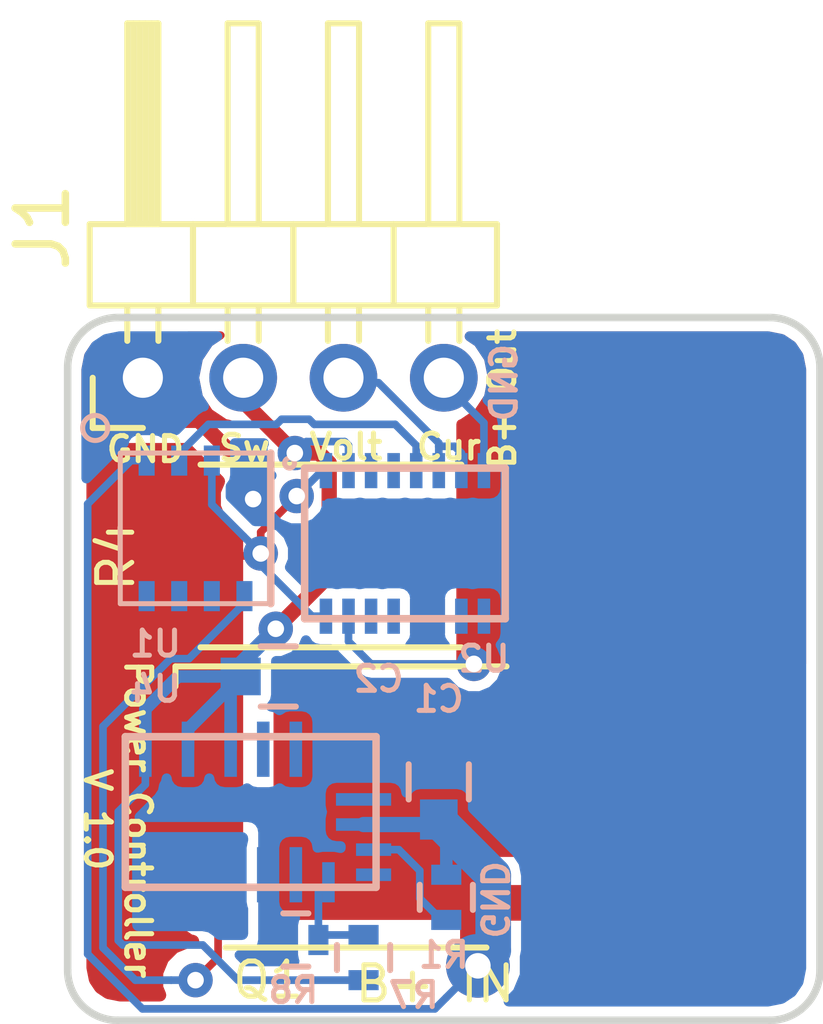
<source format=kicad_pcb>
(kicad_pcb (version 4) (host pcbnew 4.0.6)

  (general
    (links 48)
    (no_connects 0)
    (area 142.424999 92.924999 157.575001 107.075001)
    (thickness 1.6002)
    (drawings 17)
    (tracks 124)
    (zones 0)
    (modules 13)
    (nets 13)
  )

  (page USLetter)
  (title_block
    (title "Power Switch")
    (date 2017-04-29)
    (rev 1.0)
  )

  (layers
    (0 F.Cu signal)
    (31 B.Cu signal)
    (34 B.Paste user)
    (35 F.Paste user)
    (36 B.SilkS user)
    (37 F.SilkS user)
    (38 B.Mask user)
    (39 F.Mask user)
    (40 Dwgs.User user hide)
    (41 Cmts.User user hide)
    (42 Eco1.User user hide)
    (43 Eco2.User user hide)
    (44 Edge.Cuts user)
    (45 Margin user)
    (46 B.CrtYd user)
    (47 F.CrtYd user)
  )

  (setup
    (last_trace_width 0.3048)
    (user_trace_width 0.25)
    (user_trace_width 0.3048)
    (user_trace_width 0.71)
    (trace_clearance 0.1524)
    (zone_clearance 0.2)
    (zone_45_only no)
    (trace_min 0.1524)
    (segment_width 0.2)
    (edge_width 0.15)
    (via_size 0.6858)
    (via_drill 0.3302)
    (via_min_size 0.6858)
    (via_min_drill 0.3302)
    (user_via 1.27 0.508)
    (uvia_size 0.762)
    (uvia_drill 0.508)
    (uvias_allowed no)
    (uvia_min_size 0)
    (uvia_min_drill 0)
    (pcb_text_width 0.3)
    (pcb_text_size 1.5 1.5)
    (mod_edge_width 0.15)
    (mod_text_size 1 1)
    (mod_text_width 0.15)
    (pad_size 1.524 1.524)
    (pad_drill 0.762)
    (pad_to_mask_clearance 0.2)
    (aux_axis_origin 0 0)
    (visible_elements 7FFFFFF9)
    (pcbplotparams
      (layerselection 0x00030_80000001)
      (usegerberextensions false)
      (excludeedgelayer true)
      (linewidth 0.100000)
      (plotframeref false)
      (viasonmask false)
      (mode 1)
      (useauxorigin false)
      (hpglpennumber 1)
      (hpglpenspeed 20)
      (hpglpendiameter 15)
      (hpglpenoverlay 2)
      (psnegative false)
      (psa4output false)
      (plotreference true)
      (plotvalue true)
      (plotinvisibletext false)
      (padsonsilk false)
      (subtractmaskfromsilk false)
      (outputformat 1)
      (mirror false)
      (drillshape 1)
      (scaleselection 1)
      (outputdirectory ""))
  )

  (net 0 "")
  (net 1 GND)
  (net 2 "Net-(Q1-Pad1)")
  (net 3 "Net-(Q1-Pad4)")
  (net 4 +BATT)
  (net 5 "Net-(R4-Pad2)")
  (net 6 +5V)
  (net 7 "Net-(R7-Pad1)")
  (net 8 "Net-(U4-Pad4)")
  (net 9 I2C_SDA)
  (net 10 I2C_SCL)
  (net 11 "Net-(U1-Pad2)")
  (net 12 "Net-(R1-Pad1)")

  (net_class Default "This is the default net class."
    (clearance 0.1524)
    (trace_width 0.1524)
    (via_dia 0.6858)
    (via_drill 0.3302)
    (uvia_dia 0.762)
    (uvia_drill 0.508)
    (add_net +5V)
    (add_net +BATT)
    (add_net GND)
    (add_net I2C_SCL)
    (add_net I2C_SDA)
    (add_net "Net-(Q1-Pad1)")
    (add_net "Net-(Q1-Pad4)")
    (add_net "Net-(R1-Pad1)")
    (add_net "Net-(R4-Pad2)")
    (add_net "Net-(R7-Pad1)")
    (add_net "Net-(U1-Pad2)")
    (add_net "Net-(U4-Pad4)")
  )

  (module Pin_Headers:Pin_Header_Angled_1x04_Pitch2.00mm (layer F.Cu) (tedit 58CD4EC9) (tstamp 590617B2)
    (at 144 94.2 90)
    (descr "Through hole angled pin header, 1x04, 2.00mm pitch, 4mm pin length, single row")
    (tags "Through hole angled pin header THT 1x04 2.00mm single row")
    (path /590564D6)
    (fp_text reference J1 (at 3 -2 90) (layer F.SilkS)
      (effects (font (size 1 1) (thickness 0.15)))
    )
    (fp_text value CONN_01X04_MALE (at 3 8 90) (layer F.Fab)
      (effects (font (size 1 1) (thickness 0.15)))
    )
    (fp_line (start 1.5 -1) (end 1.5 1) (layer F.Fab) (width 0.1))
    (fp_line (start 1.5 1) (end 3 1) (layer F.Fab) (width 0.1))
    (fp_line (start 3 1) (end 3 -1) (layer F.Fab) (width 0.1))
    (fp_line (start 3 -1) (end 1.5 -1) (layer F.Fab) (width 0.1))
    (fp_line (start 0 -0.25) (end 0 0.25) (layer F.Fab) (width 0.1))
    (fp_line (start 0 0.25) (end 7 0.25) (layer F.Fab) (width 0.1))
    (fp_line (start 7 0.25) (end 7 -0.25) (layer F.Fab) (width 0.1))
    (fp_line (start 7 -0.25) (end 0 -0.25) (layer F.Fab) (width 0.1))
    (fp_line (start 1.5 1) (end 1.5 3) (layer F.Fab) (width 0.1))
    (fp_line (start 1.5 3) (end 3 3) (layer F.Fab) (width 0.1))
    (fp_line (start 3 3) (end 3 1) (layer F.Fab) (width 0.1))
    (fp_line (start 3 1) (end 1.5 1) (layer F.Fab) (width 0.1))
    (fp_line (start 0 1.75) (end 0 2.25) (layer F.Fab) (width 0.1))
    (fp_line (start 0 2.25) (end 7 2.25) (layer F.Fab) (width 0.1))
    (fp_line (start 7 2.25) (end 7 1.75) (layer F.Fab) (width 0.1))
    (fp_line (start 7 1.75) (end 0 1.75) (layer F.Fab) (width 0.1))
    (fp_line (start 1.5 3) (end 1.5 5) (layer F.Fab) (width 0.1))
    (fp_line (start 1.5 5) (end 3 5) (layer F.Fab) (width 0.1))
    (fp_line (start 3 5) (end 3 3) (layer F.Fab) (width 0.1))
    (fp_line (start 3 3) (end 1.5 3) (layer F.Fab) (width 0.1))
    (fp_line (start 0 3.75) (end 0 4.25) (layer F.Fab) (width 0.1))
    (fp_line (start 0 4.25) (end 7 4.25) (layer F.Fab) (width 0.1))
    (fp_line (start 7 4.25) (end 7 3.75) (layer F.Fab) (width 0.1))
    (fp_line (start 7 3.75) (end 0 3.75) (layer F.Fab) (width 0.1))
    (fp_line (start 1.5 5) (end 1.5 7) (layer F.Fab) (width 0.1))
    (fp_line (start 1.5 7) (end 3 7) (layer F.Fab) (width 0.1))
    (fp_line (start 3 7) (end 3 5) (layer F.Fab) (width 0.1))
    (fp_line (start 3 5) (end 1.5 5) (layer F.Fab) (width 0.1))
    (fp_line (start 0 5.75) (end 0 6.25) (layer F.Fab) (width 0.1))
    (fp_line (start 0 6.25) (end 7 6.25) (layer F.Fab) (width 0.1))
    (fp_line (start 7 6.25) (end 7 5.75) (layer F.Fab) (width 0.1))
    (fp_line (start 7 5.75) (end 0 5.75) (layer F.Fab) (width 0.1))
    (fp_line (start 1.44 -1.06) (end 1.44 1) (layer F.SilkS) (width 0.12))
    (fp_line (start 1.44 1) (end 3.06 1) (layer F.SilkS) (width 0.12))
    (fp_line (start 3.06 1) (end 3.06 -1.06) (layer F.SilkS) (width 0.12))
    (fp_line (start 3.06 -1.06) (end 1.44 -1.06) (layer F.SilkS) (width 0.12))
    (fp_line (start 3.06 -0.31) (end 3.06 0.31) (layer F.SilkS) (width 0.12))
    (fp_line (start 3.06 0.31) (end 7.06 0.31) (layer F.SilkS) (width 0.12))
    (fp_line (start 7.06 0.31) (end 7.06 -0.31) (layer F.SilkS) (width 0.12))
    (fp_line (start 7.06 -0.31) (end 3.06 -0.31) (layer F.SilkS) (width 0.12))
    (fp_line (start 0.735 -0.31) (end 1.44 -0.31) (layer F.SilkS) (width 0.12))
    (fp_line (start 0.735 0.31) (end 1.44 0.31) (layer F.SilkS) (width 0.12))
    (fp_line (start 3.06 -0.19) (end 7.06 -0.19) (layer F.SilkS) (width 0.12))
    (fp_line (start 3.06 -0.07) (end 7.06 -0.07) (layer F.SilkS) (width 0.12))
    (fp_line (start 3.06 0.05) (end 7.06 0.05) (layer F.SilkS) (width 0.12))
    (fp_line (start 3.06 0.17) (end 7.06 0.17) (layer F.SilkS) (width 0.12))
    (fp_line (start 3.06 0.29) (end 7.06 0.29) (layer F.SilkS) (width 0.12))
    (fp_line (start 1.44 1) (end 1.44 3) (layer F.SilkS) (width 0.12))
    (fp_line (start 1.44 3) (end 3.06 3) (layer F.SilkS) (width 0.12))
    (fp_line (start 3.06 3) (end 3.06 1) (layer F.SilkS) (width 0.12))
    (fp_line (start 3.06 1) (end 1.44 1) (layer F.SilkS) (width 0.12))
    (fp_line (start 3.06 1.69) (end 3.06 2.31) (layer F.SilkS) (width 0.12))
    (fp_line (start 3.06 2.31) (end 7.06 2.31) (layer F.SilkS) (width 0.12))
    (fp_line (start 7.06 2.31) (end 7.06 1.69) (layer F.SilkS) (width 0.12))
    (fp_line (start 7.06 1.69) (end 3.06 1.69) (layer F.SilkS) (width 0.12))
    (fp_line (start 0.735 1.69) (end 1.44 1.69) (layer F.SilkS) (width 0.12))
    (fp_line (start 0.735 2.31) (end 1.44 2.31) (layer F.SilkS) (width 0.12))
    (fp_line (start 1.44 3) (end 1.44 5) (layer F.SilkS) (width 0.12))
    (fp_line (start 1.44 5) (end 3.06 5) (layer F.SilkS) (width 0.12))
    (fp_line (start 3.06 5) (end 3.06 3) (layer F.SilkS) (width 0.12))
    (fp_line (start 3.06 3) (end 1.44 3) (layer F.SilkS) (width 0.12))
    (fp_line (start 3.06 3.69) (end 3.06 4.31) (layer F.SilkS) (width 0.12))
    (fp_line (start 3.06 4.31) (end 7.06 4.31) (layer F.SilkS) (width 0.12))
    (fp_line (start 7.06 4.31) (end 7.06 3.69) (layer F.SilkS) (width 0.12))
    (fp_line (start 7.06 3.69) (end 3.06 3.69) (layer F.SilkS) (width 0.12))
    (fp_line (start 0.735 3.69) (end 1.44 3.69) (layer F.SilkS) (width 0.12))
    (fp_line (start 0.735 4.31) (end 1.44 4.31) (layer F.SilkS) (width 0.12))
    (fp_line (start 1.44 5) (end 1.44 7.06) (layer F.SilkS) (width 0.12))
    (fp_line (start 1.44 7.06) (end 3.06 7.06) (layer F.SilkS) (width 0.12))
    (fp_line (start 3.06 7.06) (end 3.06 5) (layer F.SilkS) (width 0.12))
    (fp_line (start 3.06 5) (end 1.44 5) (layer F.SilkS) (width 0.12))
    (fp_line (start 3.06 5.69) (end 3.06 6.31) (layer F.SilkS) (width 0.12))
    (fp_line (start 3.06 6.31) (end 7.06 6.31) (layer F.SilkS) (width 0.12))
    (fp_line (start 7.06 6.31) (end 7.06 5.69) (layer F.SilkS) (width 0.12))
    (fp_line (start 7.06 5.69) (end 3.06 5.69) (layer F.SilkS) (width 0.12))
    (fp_line (start 0.735 5.69) (end 1.44 5.69) (layer F.SilkS) (width 0.12))
    (fp_line (start 0.735 6.31) (end 1.44 6.31) (layer F.SilkS) (width 0.12))
    (fp_line (start -1 0) (end -1 -1) (layer F.SilkS) (width 0.12))
    (fp_line (start -1 -1) (end 0 -1) (layer F.SilkS) (width 0.12))
    (fp_line (start -1.5 -1.5) (end -1.5 7.5) (layer F.CrtYd) (width 0.05))
    (fp_line (start -1.5 7.5) (end 7.5 7.5) (layer F.CrtYd) (width 0.05))
    (fp_line (start 7.5 7.5) (end 7.5 -1.5) (layer F.CrtYd) (width 0.05))
    (fp_line (start 7.5 -1.5) (end -1.5 -1.5) (layer F.CrtYd) (width 0.05))
    (fp_text user %R (at 3 -2 90) (layer F.Fab)
      (effects (font (size 1 1) (thickness 0.15)))
    )
    (pad 1 thru_hole rect (at 0 0 90) (size 1.35 1.35) (drill 0.8) (layers *.Cu *.Mask)
      (net 1 GND))
    (pad 2 thru_hole oval (at 0 2 90) (size 1.35 1.35) (drill 0.8) (layers *.Cu *.Mask)
      (net 6 +5V))
    (pad 3 thru_hole oval (at 0 4 90) (size 1.35 1.35) (drill 0.8) (layers *.Cu *.Mask)
      (net 9 I2C_SDA))
    (pad 4 thru_hole oval (at 0 6 90) (size 1.35 1.35) (drill 0.8) (layers *.Cu *.Mask)
      (net 10 I2C_SCL))
    (model ${KISYS3DMOD}/Pin_Headers.3dshapes/Pin_Header_Angled_1x04_Pitch2.00mm.wrl
      (at (xyz 0 -0.11811 0))
      (scale (xyz 1 1 1))
      (rotate (xyz 0 0 90))
    )
  )

  (module local:MIC5060 (layer B.Cu) (tedit 590AA851) (tstamp 59056024)
    (at 145.05 97.2)
    (path /59055252)
    (fp_text reference U1 (at -0.8 2.3) (layer B.SilkS)
      (effects (font (size 0.5 0.5) (thickness 0.1)) (justify mirror))
    )
    (fp_text value MIC5060 (at 2.5 0 270) (layer B.Fab)
      (effects (font (size 0.7 0.7) (thickness 0.1)) (justify mirror))
    )
    (fp_circle (center -2 -2) (end -1.75 -2) (layer B.SilkS) (width 0.1))
    (fp_line (start -1.75 -1.75) (end -1.75 1.75) (layer B.CrtYd) (width 0.1))
    (fp_line (start 1.75 -1.75) (end -1.75 -1.75) (layer B.CrtYd) (width 0.1))
    (fp_line (start 1.75 1.75) (end 1.75 -1.75) (layer B.CrtYd) (width 0.1))
    (fp_line (start -1.75 1.75) (end 1.75 1.75) (layer B.CrtYd) (width 0.1))
    (fp_line (start -1.5 1.5) (end -1.5 -1.5) (layer B.SilkS) (width 0.1))
    (fp_line (start -1.5 -1.5) (end 1.5 -1.5) (layer B.SilkS) (width 0.1))
    (fp_line (start 1.5 -1.5) (end 1.5 1.5) (layer B.SilkS) (width 0.15))
    (fp_line (start 1.5 1.5) (end -1.5 1.5) (layer B.SilkS) (width 0.1))
    (pad 8 smd rect (at -0.975 1.35) (size 0.32 0.6) (layers B.Cu B.Paste B.Mask))
    (pad 1 smd rect (at -0.975 -1.35) (size 0.32 0.6) (layers B.Cu B.Paste B.Mask)
      (net 4 +BATT))
    (pad 7 smd rect (at -0.325 1.35) (size 0.32 0.6) (layers B.Cu B.Paste B.Mask))
    (pad 2 smd rect (at -0.325 -1.35) (size 0.32 0.6) (layers B.Cu B.Paste B.Mask)
      (net 11 "Net-(U1-Pad2)"))
    (pad 6 smd rect (at 0.325 1.35) (size 0.32 0.6) (layers B.Cu B.Paste B.Mask))
    (pad 3 smd rect (at 0.325 -1.35) (size 0.32 0.6) (layers B.Cu B.Paste B.Mask)
      (net 2 "Net-(Q1-Pad1)"))
    (pad 5 smd rect (at 0.975 1.35) (size 0.32 0.6) (layers B.Cu B.Paste B.Mask)
      (net 3 "Net-(Q1-Pad4)"))
    (pad 4 smd rect (at 0.975 -1.35) (size 0.32 0.6) (layers B.Cu B.Paste B.Mask)
      (net 1 GND))
  )

  (module Resistors_SMD:R_2512 (layer F.Cu) (tedit 59069866) (tstamp 59055FFF)
    (at 147.75 97.75)
    (descr "Resistor SMD 2512, reflow soldering, Vishay (see dcrcw.pdf)")
    (tags "resistor 2512")
    (path /59055480)
    (attr smd)
    (fp_text reference R4 (at -4.29 0.01 90) (layer F.SilkS)
      (effects (font (size 0.7 0.7) (thickness 0.1)))
    )
    (fp_text value 1m (at 0 2.75) (layer F.Fab)
      (effects (font (size 1 1) (thickness 0.15)))
    )
    (fp_text user %R (at 0 0) (layer F.Fab)
      (effects (font (size 1 1) (thickness 0.15)))
    )
    (fp_line (start -3.15 1.6) (end -3.15 -1.6) (layer F.Fab) (width 0.1))
    (fp_line (start 3.15 1.6) (end -3.15 1.6) (layer F.Fab) (width 0.1))
    (fp_line (start 3.15 -1.6) (end 3.15 1.6) (layer F.Fab) (width 0.1))
    (fp_line (start -3.15 -1.6) (end 3.15 -1.6) (layer F.Fab) (width 0.1))
    (fp_line (start 2.6 1.82) (end -2.6 1.82) (layer F.SilkS) (width 0.12))
    (fp_line (start -2.6 -1.82) (end 2.6 -1.82) (layer F.SilkS) (width 0.12))
    (fp_line (start -3.85 -1.85) (end 3.85 -1.85) (layer F.CrtYd) (width 0.05))
    (fp_line (start -3.85 -1.85) (end -3.85 1.85) (layer F.CrtYd) (width 0.05))
    (fp_line (start 3.85 1.85) (end 3.85 -1.85) (layer F.CrtYd) (width 0.05))
    (fp_line (start 3.85 1.85) (end -3.85 1.85) (layer F.CrtYd) (width 0.05))
    (pad 1 smd rect (at -3.1 0) (size 1 3.2) (layers F.Cu F.Paste F.Mask)
      (net 2 "Net-(Q1-Pad1)"))
    (pad 2 smd rect (at 3.1 0) (size 1 3.2) (layers F.Cu F.Paste F.Mask)
      (net 5 "Net-(R4-Pad2)"))
    (model ${KISYS3DMOD}/Resistors_SMD.3dshapes/R_2512.wrl
      (at (xyz 0 0 0))
      (scale (xyz 1 1 1))
      (rotate (xyz 0 0 0))
    )
  )

  (module TO_SOT_Packages_SMD:TDSON-8-1 (layer F.Cu) (tedit 5906201E) (tstamp 59055FE7)
    (at 148.25 102.75)
    (descr "Power MOSFET package, TDSON-8-1, SuperS08, SON-8_5x6mm")
    (tags "tdson ")
    (path /5905491A)
    (attr smd)
    (fp_text reference Q1 (at -1.75 3.45 180) (layer F.SilkS)
      (effects (font (size 0.7 0.7) (thickness 0.1)))
    )
    (fp_text value CSD16570Q5B (at 0 -4) (layer F.Fab)
      (effects (font (size 1 1) (thickness 0.15)))
    )
    (fp_text user %R (at 0 -1) (layer F.Fab)
      (effects (font (size 1 1) (thickness 0.15)))
    )
    (fp_line (start -3.6 -2.8) (end -3.6 -2.4) (layer F.SilkS) (width 0.12))
    (fp_line (start -2 -2.6) (end 3 -2.6) (layer F.Fab) (width 0.1))
    (fp_line (start -3 2.6) (end -3 -1.6) (layer F.Fab) (width 0.1))
    (fp_line (start 3 2.6) (end -3 2.6) (layer F.Fab) (width 0.1))
    (fp_line (start 3 -2.6) (end 3 2.6) (layer F.Fab) (width 0.1))
    (fp_line (start -3.75 3) (end 3.75 3) (layer F.CrtYd) (width 0.05))
    (fp_line (start -3.75 -3) (end -3.75 3) (layer F.CrtYd) (width 0.05))
    (fp_line (start 3.75 -3) (end -3.75 -3) (layer F.CrtYd) (width 0.05))
    (fp_line (start 3.75 3) (end 3.75 -3) (layer F.CrtYd) (width 0.05))
    (fp_line (start 3 -2.8) (end -3.6 -2.8) (layer F.SilkS) (width 0.12))
    (fp_line (start 2.6 2.8) (end -2.6 2.8) (layer F.SilkS) (width 0.12))
    (fp_line (start -2 -2.6) (end -3 -1.6) (layer F.Fab) (width 0.1))
    (pad 1 smd rect (at -2.75 -1.91 270) (size 0.7 0.8) (layers F.Cu F.Paste F.Mask)
      (net 2 "Net-(Q1-Pad1)"))
    (pad 2 smd rect (at -2.75 -0.64 270) (size 0.7 0.8) (layers F.Cu F.Paste F.Mask)
      (net 2 "Net-(Q1-Pad1)"))
    (pad 3 smd rect (at -2.75 0.64 270) (size 0.7 0.8) (layers F.Cu F.Paste F.Mask)
      (net 2 "Net-(Q1-Pad1)"))
    (pad 4 smd rect (at -2.75 1.91 270) (size 0.7 0.8) (layers F.Cu F.Paste F.Mask)
      (net 3 "Net-(Q1-Pad4)"))
    (pad 5 smd rect (at 2.75 1.91 270) (size 0.7 0.8) (layers F.Cu F.Paste F.Mask)
      (net 4 +BATT))
    (pad 5 smd rect (at 2.75 0.64 270) (size 0.7 0.8) (layers F.Cu F.Paste F.Mask)
      (net 4 +BATT))
    (pad 5 smd rect (at 2.75 -0.64 270) (size 0.7 0.8) (layers F.Cu F.Paste F.Mask)
      (net 4 +BATT))
    (pad 5 smd rect (at 2.75 -1.91 270) (size 0.7 0.8) (layers F.Cu F.Paste F.Mask)
      (net 4 +BATT))
    (pad 5 smd rect (at 0.5 0 270) (size 4.5 4.29) (layers F.Cu F.Paste F.Mask)
      (net 4 +BATT))
    (pad 5 smd rect (at 1.25 -1.09 270) (size 1.55 1.6) (layers F.Cu F.Paste F.Mask)
      (net 4 +BATT))
    (pad 5 smd rect (at 1.25 1.09 270) (size 1.55 1.6) (layers F.Cu F.Paste F.Mask)
      (net 4 +BATT))
    (pad 5 smd rect (at -0.75 -1.09 270) (size 1.55 1.2) (layers F.Cu F.Paste F.Mask)
      (net 4 +BATT))
    (pad 5 smd rect (at -0.75 1.09 270) (size 1.55 1.2) (layers F.Cu F.Paste F.Mask)
      (net 4 +BATT))
    (model ${KISYS3DMOD}/TO_SOT_Packages_SMD.3dshapes/TDSON-8-1.wrl
      (at (xyz 0 0 0))
      (scale (xyz 1 1 1))
      (rotate (xyz 0 0 0))
    )
  )

  (module local:SMD_Battery_Pad (layer F.Cu) (tedit 59062062) (tstamp 59056924)
    (at 154.25 103.5)
    (descr "Mesurement Point, Square, SMD Pad,  3mm x 3mm,")
    (tags "Mesurement Point Square SMD Pad 3x3mm")
    (path /59055F65)
    (attr virtual)
    (fp_text reference TP1 (at -3.925 2.75) (layer F.SilkS) hide
      (effects (font (size 0.7 0.7) (thickness 0.1)))
    )
    (fp_text value TEST (at 0 4) (layer F.Fab)
      (effects (font (size 1 1) (thickness 0.15)))
    )
    (fp_line (start -2.75 -3.25) (end 2.75 -3.25) (layer F.CrtYd) (width 0.05))
    (fp_line (start 2.75 -3.25) (end 2.75 3.25) (layer F.CrtYd) (width 0.05))
    (fp_line (start 2.75 3.25) (end -2.75 3.25) (layer F.CrtYd) (width 0.05))
    (fp_line (start -2.75 3.25) (end -2.75 -3.25) (layer F.CrtYd) (width 0.05))
    (pad 1 smd rect (at 0 0) (size 5 6) (layers F.Cu F.Mask)
      (net 4 +BATT))
  )

  (module local:SMD_Battery_Pad (layer F.Cu) (tedit 5906987E) (tstamp 59056928)
    (at 154.25 96.5)
    (descr "Mesurement Point, Square, SMD Pad,  3mm x 3mm,")
    (tags "Mesurement Point Square SMD Pad 3x3mm")
    (path /59055FFF)
    (attr virtual)
    (fp_text reference TP2 (at 0 -4) (layer F.SilkS) hide
      (effects (font (size 1 1) (thickness 0.15)))
    )
    (fp_text value TEST (at 0 4) (layer F.Fab)
      (effects (font (size 1 1) (thickness 0.15)))
    )
    (fp_line (start -2.75 -3.25) (end 2.75 -3.25) (layer F.CrtYd) (width 0.05))
    (fp_line (start 2.75 -3.25) (end 2.75 3.25) (layer F.CrtYd) (width 0.05))
    (fp_line (start 2.75 3.25) (end -2.75 3.25) (layer F.CrtYd) (width 0.05))
    (fp_line (start -2.75 3.25) (end -2.75 -3.25) (layer F.CrtYd) (width 0.05))
    (pad 1 smd rect (at 0 0) (size 5 6) (layers F.Cu F.Mask)
      (net 5 "Net-(R4-Pad2)"))
  )

  (module Resistors_SMD:R_0402 (layer B.Cu) (tedit 59069810) (tstamp 590679FE)
    (at 148.4 105.75 270)
    (descr "Resistor SMD 0402, reflow soldering, Vishay (see dcrcw.pdf)")
    (tags "resistor 0402")
    (path /5909664F)
    (attr smd)
    (fp_text reference R7 (at 0.75 -1 360) (layer B.SilkS)
      (effects (font (size 0.5 0.5) (thickness 0.1)) (justify mirror))
    )
    (fp_text value 100k (at 0 -1.45 270) (layer B.Fab)
      (effects (font (size 1 1) (thickness 0.15)) (justify mirror))
    )
    (fp_text user %R (at 0 1.35 270) (layer B.Fab)
      (effects (font (size 1 1) (thickness 0.15)) (justify mirror))
    )
    (fp_line (start -0.5 -0.25) (end -0.5 0.25) (layer B.Fab) (width 0.1))
    (fp_line (start 0.5 -0.25) (end -0.5 -0.25) (layer B.Fab) (width 0.1))
    (fp_line (start 0.5 0.25) (end 0.5 -0.25) (layer B.Fab) (width 0.1))
    (fp_line (start -0.5 0.25) (end 0.5 0.25) (layer B.Fab) (width 0.1))
    (fp_line (start 0.25 0.53) (end -0.25 0.53) (layer B.SilkS) (width 0.12))
    (fp_line (start -0.25 -0.53) (end 0.25 -0.53) (layer B.SilkS) (width 0.12))
    (fp_line (start -0.8 0.45) (end 0.8 0.45) (layer B.CrtYd) (width 0.05))
    (fp_line (start -0.8 0.45) (end -0.8 -0.45) (layer B.CrtYd) (width 0.05))
    (fp_line (start 0.8 -0.45) (end 0.8 0.45) (layer B.CrtYd) (width 0.05))
    (fp_line (start 0.8 -0.45) (end -0.8 -0.45) (layer B.CrtYd) (width 0.05))
    (pad 1 smd rect (at -0.45 0 270) (size 0.4 0.6) (layers B.Cu B.Paste B.Mask)
      (net 7 "Net-(R7-Pad1)"))
    (pad 2 smd rect (at 0.45 0 270) (size 0.4 0.6) (layers B.Cu B.Paste B.Mask)
      (net 6 +5V))
    (model ${KISYS3DMOD}/Resistors_SMD.3dshapes/R_0402.wrl
      (at (xyz 0 0 0))
      (scale (xyz 1 1 1))
      (rotate (xyz 0 0 0))
    )
  )

  (module Capacitors_SMD:C_0603 (layer B.Cu) (tedit 590AA845) (tstamp 59094FE3)
    (at 146.7 100.15)
    (descr "Capacitor SMD 0603, reflow soldering, AVX (see smccp.pdf)")
    (tags "capacitor 0603")
    (path /5909826F)
    (attr smd)
    (fp_text reference C2 (at 2 0.05) (layer B.SilkS)
      (effects (font (size 0.5 0.5) (thickness 0.1)) (justify mirror))
    )
    (fp_text value 22uF (at 0 -1.5) (layer B.Fab)
      (effects (font (size 1 1) (thickness 0.15)) (justify mirror))
    )
    (fp_text user %R (at 0 1.5) (layer B.Fab)
      (effects (font (size 1 1) (thickness 0.15)) (justify mirror))
    )
    (fp_line (start -0.8 -0.4) (end -0.8 0.4) (layer B.Fab) (width 0.1))
    (fp_line (start 0.8 -0.4) (end -0.8 -0.4) (layer B.Fab) (width 0.1))
    (fp_line (start 0.8 0.4) (end 0.8 -0.4) (layer B.Fab) (width 0.1))
    (fp_line (start -0.8 0.4) (end 0.8 0.4) (layer B.Fab) (width 0.1))
    (fp_line (start -0.35 0.6) (end 0.35 0.6) (layer B.SilkS) (width 0.12))
    (fp_line (start 0.35 -0.6) (end -0.35 -0.6) (layer B.SilkS) (width 0.12))
    (fp_line (start -1.4 0.65) (end 1.4 0.65) (layer B.CrtYd) (width 0.05))
    (fp_line (start -1.4 0.65) (end -1.4 -0.65) (layer B.CrtYd) (width 0.05))
    (fp_line (start 1.4 -0.65) (end 1.4 0.65) (layer B.CrtYd) (width 0.05))
    (fp_line (start 1.4 -0.65) (end -1.4 -0.65) (layer B.CrtYd) (width 0.05))
    (pad 1 smd rect (at -0.75 0) (size 0.8 0.75) (layers B.Cu B.Paste B.Mask)
      (net 6 +5V))
    (pad 2 smd rect (at 0.75 0) (size 0.8 0.75) (layers B.Cu B.Paste B.Mask)
      (net 1 GND))
    (model Capacitors_SMD.3dshapes/C_0603.wrl
      (at (xyz 0 0 0))
      (scale (xyz 1 1 1))
      (rotate (xyz 0 0 0))
    )
  )

  (module Resistors_SMD:R_0402 (layer B.Cu) (tedit 590AA823) (tstamp 59094FFB)
    (at 147.05 105.4 180)
    (descr "Resistor SMD 0402, reflow soldering, Vishay (see dcrcw.pdf)")
    (tags "resistor 0402")
    (path /590966F8)
    (attr smd)
    (fp_text reference R8 (at 0.05 -1 180) (layer B.SilkS)
      (effects (font (size 0.5 0.5) (thickness 0.1)) (justify mirror))
    )
    (fp_text value 19.1k (at 0 -1.45 180) (layer B.Fab)
      (effects (font (size 1 1) (thickness 0.15)) (justify mirror))
    )
    (fp_text user %R (at 0 1.35 180) (layer B.Fab)
      (effects (font (size 1 1) (thickness 0.15)) (justify mirror))
    )
    (fp_line (start -0.5 -0.25) (end -0.5 0.25) (layer B.Fab) (width 0.1))
    (fp_line (start 0.5 -0.25) (end -0.5 -0.25) (layer B.Fab) (width 0.1))
    (fp_line (start 0.5 0.25) (end 0.5 -0.25) (layer B.Fab) (width 0.1))
    (fp_line (start -0.5 0.25) (end 0.5 0.25) (layer B.Fab) (width 0.1))
    (fp_line (start 0.25 0.53) (end -0.25 0.53) (layer B.SilkS) (width 0.12))
    (fp_line (start -0.25 -0.53) (end 0.25 -0.53) (layer B.SilkS) (width 0.12))
    (fp_line (start -0.8 0.45) (end 0.8 0.45) (layer B.CrtYd) (width 0.05))
    (fp_line (start -0.8 0.45) (end -0.8 -0.45) (layer B.CrtYd) (width 0.05))
    (fp_line (start 0.8 -0.45) (end 0.8 0.45) (layer B.CrtYd) (width 0.05))
    (fp_line (start 0.8 -0.45) (end -0.8 -0.45) (layer B.CrtYd) (width 0.05))
    (pad 1 smd rect (at -0.45 0 180) (size 0.4 0.6) (layers B.Cu B.Paste B.Mask)
      (net 7 "Net-(R7-Pad1)"))
    (pad 2 smd rect (at 0.45 0 180) (size 0.4 0.6) (layers B.Cu B.Paste B.Mask)
      (net 1 GND))
    (model ${KISYS3DMOD}/Resistors_SMD.3dshapes/R_0402.wrl
      (at (xyz 0 0 0))
      (scale (xyz 1 1 1))
      (rotate (xyz 0 0 0))
    )
  )

  (module local:MPM3620A (layer B.Cu) (tedit 590AA859) (tstamp 59095059)
    (at 146.15 102.85 180)
    (path /5909CF6F)
    (fp_text reference U4 (at 1.9 2.45 180) (layer B.SilkS)
      (effects (font (size 0.5 0.5) (thickness 0.1)) (justify mirror))
    )
    (fp_text value MPM3620A (at 0 -2.75 180) (layer B.Fab)
      (effects (font (size 0.7 0.7) (thickness 0.1)) (justify mirror))
    )
    (fp_line (start -1 -0.75) (end -1 0.75) (layer B.CrtYd) (width 0.1))
    (fp_line (start -0.25 -0.75) (end -1 -0.75) (layer B.CrtYd) (width 0.1))
    (fp_line (start -0.25 0.75) (end -0.25 -0.75) (layer B.CrtYd) (width 0.1))
    (fp_line (start -1 0.75) (end -0.25 0.75) (layer B.CrtYd) (width 0.1))
    (fp_line (start -3 -2) (end -3 2) (layer B.CrtYd) (width 0.1))
    (fp_line (start 3 -2) (end -3 -2) (layer B.CrtYd) (width 0.1))
    (fp_line (start 3 2) (end 3 -2) (layer B.CrtYd) (width 0.1))
    (fp_line (start -3 2) (end 3 2) (layer B.CrtYd) (width 0.1))
    (fp_circle (center -2.75 -1.75) (end -3 -1.75) (layer B.CrtYd) (width 0.1))
    (fp_line (start -2.5 1.5) (end -2.5 -1.5) (layer B.SilkS) (width 0.15))
    (fp_line (start -2.5 -1.5) (end 2.5 -1.5) (layer B.SilkS) (width 0.15))
    (fp_line (start 2.5 -1.5) (end 2.5 1.5) (layer B.SilkS) (width 0.15))
    (fp_line (start 2.5 1.5) (end -2.5 1.5) (layer B.SilkS) (width 0.15))
    (pad 16 smd rect (at -2.25 -0.25 180) (size 1.1 0.25) (layers B.Cu B.Paste B.Mask)
      (net 4 +BATT))
    (pad 1 smd rect (at -1.55 -1.4 180) (size 0.25 0.8) (layers B.Cu B.Paste B.Mask)
      (net 7 "Net-(R7-Pad1)"))
    (pad 15 smd rect (at -2.25 0.25 180) (size 1.1 0.25) (layers B.Cu B.Paste B.Mask))
    (pad 2 smd rect (at -0.9 -1.25 180) (size 0.25 1.1) (layers B.Cu B.Paste B.Mask))
    (pad 14 smd rect (at -2.45 0.75 180) (size 0.7 0.25) (layers B.Cu B.Paste B.Mask)
      (net 1 GND))
    (pad 3 smd rect (at -0.25 -1.25 180) (size 0.25 1.1) (layers B.Cu B.Paste B.Mask)
      (net 1 GND))
    (pad 13 smd rect (at -2.45 1.25 180) (size 0.7 0.25) (layers B.Cu B.Paste B.Mask)
      (net 1 GND))
    (pad 4 smd rect (at 0.4 -1.25 180) (size 0.25 1.1) (layers B.Cu B.Paste B.Mask)
      (net 8 "Net-(U4-Pad4)"))
    (pad 12 smd rect (at -1.55 1.45 180) (size 0.25 0.7) (layers B.Cu B.Paste B.Mask)
      (net 1 GND))
    (pad 5 smd rect (at 1.25 -1.25 180) (size 0.25 1.1) (layers B.Cu B.Paste B.Mask)
      (net 8 "Net-(U4-Pad4)"))
    (pad 11 smd rect (at -0.9 1.25 180) (size 0.25 1.1) (layers B.Cu B.Paste B.Mask))
    (pad 6 smd rect (at 2.1 -1.25 180) (size 0.25 1.1) (layers B.Cu B.Paste B.Mask)
      (net 8 "Net-(U4-Pad4)"))
    (pad 10 smd rect (at -0.25 1.25 180) (size 0.25 1.1) (layers B.Cu B.Paste B.Mask))
    (pad 17 smd rect (at -2.45 -0.75 180) (size 0.7 0.25) (layers B.Cu B.Paste B.Mask)
      (net 12 "Net-(R1-Pad1)"))
    (pad 9 smd rect (at 0.4 1.25 180) (size 0.25 1.1) (layers B.Cu B.Paste B.Mask)
      (net 6 +5V))
    (pad 18 smd rect (at -2.45 -1.25 180) (size 0.7 0.25) (layers B.Cu B.Paste B.Mask))
    (pad 8 smd rect (at 1.25 1.25 180) (size 0.25 1.1) (layers B.Cu B.Paste B.Mask)
      (net 6 +5V))
    (pad 7 smd rect (at 2.1 1.25 180) (size 0.25 1.1) (layers B.Cu B.Paste B.Mask)
      (net 6 +5V))
  )

  (module Capacitors_SMD:C_0603 (layer B.Cu) (tedit 590AA82C) (tstamp 590952BF)
    (at 149.9 102.25 90)
    (descr "Capacitor SMD 0603, reflow soldering, AVX (see smccp.pdf)")
    (tags "capacitor 0603")
    (path /59098546)
    (attr smd)
    (fp_text reference C1 (at 1.65 0 180) (layer B.SilkS)
      (effects (font (size 0.5 0.5) (thickness 0.1)) (justify mirror))
    )
    (fp_text value 10uF (at 0 -1.5 90) (layer B.Fab)
      (effects (font (size 1 1) (thickness 0.15)) (justify mirror))
    )
    (fp_text user %R (at 0 1.5 90) (layer B.Fab)
      (effects (font (size 1 1) (thickness 0.15)) (justify mirror))
    )
    (fp_line (start -0.8 -0.4) (end -0.8 0.4) (layer B.Fab) (width 0.1))
    (fp_line (start 0.8 -0.4) (end -0.8 -0.4) (layer B.Fab) (width 0.1))
    (fp_line (start 0.8 0.4) (end 0.8 -0.4) (layer B.Fab) (width 0.1))
    (fp_line (start -0.8 0.4) (end 0.8 0.4) (layer B.Fab) (width 0.1))
    (fp_line (start -0.35 0.6) (end 0.35 0.6) (layer B.SilkS) (width 0.12))
    (fp_line (start 0.35 -0.6) (end -0.35 -0.6) (layer B.SilkS) (width 0.12))
    (fp_line (start -1.4 0.65) (end 1.4 0.65) (layer B.CrtYd) (width 0.05))
    (fp_line (start -1.4 0.65) (end -1.4 -0.65) (layer B.CrtYd) (width 0.05))
    (fp_line (start 1.4 -0.65) (end 1.4 0.65) (layer B.CrtYd) (width 0.05))
    (fp_line (start 1.4 -0.65) (end -1.4 -0.65) (layer B.CrtYd) (width 0.05))
    (pad 1 smd rect (at -0.75 0 90) (size 0.8 0.75) (layers B.Cu B.Paste B.Mask)
      (net 4 +BATT))
    (pad 2 smd rect (at 0.75 0 90) (size 0.8 0.75) (layers B.Cu B.Paste B.Mask)
      (net 1 GND))
    (model Capacitors_SMD.3dshapes/C_0603.wrl
      (at (xyz 0 0 0))
      (scale (xyz 1 1 1))
      (rotate (xyz 0 0 0))
    )
  )

  (module local:LTC2946 (layer B.Cu) (tedit 590AA83A) (tstamp 590A8CAA)
    (at 149.225 97.5)
    (path /590A8ED2)
    (fp_text reference U2 (at 1.575 2.3) (layer B.SilkS)
      (effects (font (size 0.5 0.5) (thickness 0.1)) (justify mirror))
    )
    (fp_text value LTC2946 (at 2.9 0 270) (layer B.Fab)
      (effects (font (size 0.7 0.7) (thickness 0.1)) (justify mirror))
    )
    (fp_line (start -2.3 -1.9) (end -2.3 1.9) (layer B.CrtYd) (width 0.1))
    (fp_line (start 2.3 -1.9) (end -2.3 -1.9) (layer B.CrtYd) (width 0.1))
    (fp_line (start 2.3 1.9) (end 2.3 -1.9) (layer B.CrtYd) (width 0.1))
    (fp_line (start -2.3 1.9) (end 2.3 1.9) (layer B.CrtYd) (width 0.1))
    (fp_circle (center -2.3 -1.6) (end -2.4 -1.6) (layer B.SilkS) (width 0.1))
    (fp_line (start -2 1.5) (end -2 -1.5) (layer B.SilkS) (width 0.15))
    (fp_line (start -2 -1.5) (end 2 -1.5) (layer B.SilkS) (width 0.15))
    (fp_line (start 2 -1.5) (end 2 1.5) (layer B.SilkS) (width 0.15))
    (fp_line (start 2 1.5) (end -2 1.5) (layer B.SilkS) (width 0.15))
    (pad 16 smd rect (at -1.575 1.45) (size 0.25 0.7) (layers B.Cu B.Paste B.Mask)
      (net 2 "Net-(Q1-Pad1)"))
    (pad 1 smd rect (at -1.575 -1.45) (size 0.25 0.7) (layers B.Cu B.Paste B.Mask)
      (net 2 "Net-(Q1-Pad1)"))
    (pad 15 smd rect (at -1.125 1.45) (size 0.25 0.7) (layers B.Cu B.Paste B.Mask)
      (net 5 "Net-(R4-Pad2)"))
    (pad 2 smd rect (at -1.125 -1.45) (size 0.25 0.7) (layers B.Cu B.Paste B.Mask)
      (net 6 +5V))
    (pad 14 smd rect (at -0.675 1.45) (size 0.25 0.7) (layers B.Cu B.Paste B.Mask))
    (pad 3 smd rect (at -0.675 -1.45) (size 0.25 0.7) (layers B.Cu B.Paste B.Mask))
    (pad 13 smd rect (at -0.225 1.45) (size 0.25 0.7) (layers B.Cu B.Paste B.Mask))
    (pad 4 smd rect (at -0.225 -1.45) (size 0.25 0.7) (layers B.Cu B.Paste B.Mask))
    (pad 12 smd rect (at 0.225 1.45) (size 0.25 0.7) (layers B.Cu B.Paste B.Mask)
      (net 1 GND))
    (pad 5 smd rect (at 0.225 -1.45) (size 0.25 0.7) (layers B.Cu B.Paste B.Mask)
      (net 11 "Net-(U1-Pad2)"))
    (pad 11 smd rect (at 0.675 1.45) (size 0.25 0.7) (layers B.Cu B.Paste B.Mask)
      (net 1 GND))
    (pad 6 smd rect (at 0.675 -1.45) (size 0.25 0.7) (layers B.Cu B.Paste B.Mask)
      (net 9 I2C_SDA))
    (pad 10 smd rect (at 1.125 1.45) (size 0.25 0.7) (layers B.Cu B.Paste B.Mask))
    (pad 7 smd rect (at 1.125 -1.45) (size 0.25 0.7) (layers B.Cu B.Paste B.Mask)
      (net 9 I2C_SDA))
    (pad 9 smd rect (at 1.575 1.45) (size 0.25 0.7) (layers B.Cu B.Paste B.Mask))
    (pad 8 smd rect (at 1.575 -1.45) (size 0.25 0.7) (layers B.Cu B.Paste B.Mask)
      (net 10 I2C_SCL))
    (pad 17 smd rect (at 0 0) (size 3.3 1.7) (layers B.Cu B.Paste B.Mask)
      (net 1 GND))
  )

  (module Resistors_SMD:R_0402 (layer B.Cu) (tedit 590AA80C) (tstamp 590A95F5)
    (at 150.05 104.55 90)
    (descr "Resistor SMD 0402, reflow soldering, Vishay (see dcrcw.pdf)")
    (tags "resistor 0402")
    (path /590AC881)
    (attr smd)
    (fp_text reference R1 (at -1.15 -0.05 180) (layer B.SilkS)
      (effects (font (size 0.5 0.5) (thickness 0.1)) (justify mirror))
    )
    (fp_text value 200k (at 0 -1.45 90) (layer B.Fab)
      (effects (font (size 1 1) (thickness 0.15)) (justify mirror))
    )
    (fp_text user %R (at 0 1.35 90) (layer B.Fab)
      (effects (font (size 1 1) (thickness 0.15)) (justify mirror))
    )
    (fp_line (start -0.5 -0.25) (end -0.5 0.25) (layer B.Fab) (width 0.1))
    (fp_line (start 0.5 -0.25) (end -0.5 -0.25) (layer B.Fab) (width 0.1))
    (fp_line (start 0.5 0.25) (end 0.5 -0.25) (layer B.Fab) (width 0.1))
    (fp_line (start -0.5 0.25) (end 0.5 0.25) (layer B.Fab) (width 0.1))
    (fp_line (start 0.25 0.53) (end -0.25 0.53) (layer B.SilkS) (width 0.12))
    (fp_line (start -0.25 -0.53) (end 0.25 -0.53) (layer B.SilkS) (width 0.12))
    (fp_line (start -0.8 0.45) (end 0.8 0.45) (layer B.CrtYd) (width 0.05))
    (fp_line (start -0.8 0.45) (end -0.8 -0.45) (layer B.CrtYd) (width 0.05))
    (fp_line (start 0.8 -0.45) (end 0.8 0.45) (layer B.CrtYd) (width 0.05))
    (fp_line (start 0.8 -0.45) (end -0.8 -0.45) (layer B.CrtYd) (width 0.05))
    (pad 1 smd rect (at -0.45 0 90) (size 0.4 0.6) (layers B.Cu B.Paste B.Mask)
      (net 12 "Net-(R1-Pad1)"))
    (pad 2 smd rect (at 0.45 0 90) (size 0.4 0.6) (layers B.Cu B.Paste B.Mask)
      (net 4 +BATT))
    (model ${KISYS3DMOD}/Resistors_SMD.3dshapes/R_0402.wrl
      (at (xyz 0 0 0))
      (scale (xyz 1 1 1))
      (rotate (xyz 0 0 0))
    )
  )

  (gr_text "Power Controller\nV 1.0" (at 143.5 103 270) (layer F.SilkS)
    (effects (font (size 0.5 0.5) (thickness 0.1)))
  )
  (gr_text GND (at 151.2 94.3 90) (layer B.SilkS) (tstamp 590698E9)
    (effects (font (size 0.5 0.5) (thickness 0.1)) (justify mirror))
  )
  (gr_text GND (at 151 104.6 270) (layer B.SilkS)
    (effects (font (size 0.5 0.5) (thickness 0.1)) (justify mirror))
  )
  (gr_text "B+ Out" (at 151.17 94.62 90) (layer F.SilkS)
    (effects (font (size 0.5 0.5) (thickness 0.1)))
  )
  (gr_text GND (at 144.05 95.625) (layer F.SilkS) (tstamp 59062185)
    (effects (font (size 0.5 0.5) (thickness 0.1)))
  )
  (gr_text Sw (at 146.025 95.6) (layer F.SilkS) (tstamp 5906216C)
    (effects (font (size 0.5 0.5) (thickness 0.1)))
  )
  (gr_text Volt (at 148.05 95.575) (layer F.SilkS) (tstamp 59062166)
    (effects (font (size 0.5 0.5) (thickness 0.1)))
  )
  (gr_text Cur (at 150.1 95.575) (layer F.SilkS)
    (effects (font (size 0.5 0.5) (thickness 0.1)))
  )
  (gr_text "B+ IN" (at 149.825 106.275) (layer F.SilkS)
    (effects (font (size 0.7 0.7) (thickness 0.1)))
  )
  (gr_arc (start 156.5 106) (end 157.5 106) (angle 90) (layer Edge.Cuts) (width 0.15))
  (gr_arc (start 143.5 106) (end 143.5 107) (angle 90) (layer Edge.Cuts) (width 0.15))
  (gr_line (start 143.5 107) (end 156.5 107) (layer Edge.Cuts) (width 0.15))
  (gr_arc (start 156.5 94) (end 156.5 93) (angle 90) (layer Edge.Cuts) (width 0.15))
  (gr_arc (start 143.5 94) (end 142.5 94) (angle 90) (layer Edge.Cuts) (width 0.15))
  (gr_line (start 143.5 93) (end 156.5 93) (layer Edge.Cuts) (width 0.15))
  (gr_line (start 157.5 94) (end 157.5 106) (layer Edge.Cuts) (width 0.15))
  (gr_line (start 142.5 94) (end 142.5 106) (layer Edge.Cuts) (width 0.15))

  (segment (start 146.199213 96.616587) (end 146.199213 96.131654) (width 0.3048) (layer F.Cu) (net 1))
  (segment (start 146.199213 96.131654) (end 144.267559 94.2) (width 0.3048) (layer F.Cu) (net 1))
  (segment (start 144.267559 94.2) (end 144 94.2) (width 0.3048) (layer F.Cu) (net 1))
  (segment (start 146.025 95.85) (end 146.025 96.442374) (width 0.3048) (layer B.Cu) (net 1))
  (segment (start 146.025 96.442374) (end 146.199213 96.616587) (width 0.3048) (layer B.Cu) (net 1))
  (via (at 146.199213 96.616587) (size 0.6858) (drill 0.3302) (layers F.Cu B.Cu) (net 1))
  (segment (start 146.349998 97.274026) (end 146.349998 97.7) (width 0.1524) (layer F.Cu) (net 2))
  (segment (start 147.067209 96.556815) (end 146.349998 97.274026) (width 0.1524) (layer F.Cu) (net 2))
  (segment (start 146.349998 97.927398) (end 146.349998 97.7) (width 0.1524) (layer B.Cu) (net 2))
  (segment (start 147.65 98.95) (end 147.3726 98.95) (width 0.1524) (layer B.Cu) (net 2))
  (segment (start 146.299998 97.75) (end 146.349998 97.7) (width 0.1524) (layer F.Cu) (net 2))
  (segment (start 144.65 97.75) (end 146.299998 97.75) (width 0.1524) (layer F.Cu) (net 2))
  (segment (start 145.375 95.85) (end 145.375 96.725002) (width 0.1524) (layer B.Cu) (net 2))
  (segment (start 145.375 96.725002) (end 146.007099 97.357101) (width 0.1524) (layer B.Cu) (net 2))
  (segment (start 147.3726 98.95) (end 146.349998 97.927398) (width 0.1524) (layer B.Cu) (net 2))
  (segment (start 146.007099 97.357101) (end 146.349998 97.7) (width 0.1524) (layer B.Cu) (net 2))
  (via (at 146.349998 97.7) (size 0.6858) (drill 0.3302) (layers F.Cu B.Cu) (net 2))
  (segment (start 147.65 96.05) (end 147.574024 96.05) (width 0.1524) (layer B.Cu) (net 2))
  (segment (start 147.574024 96.05) (end 147.067209 96.556815) (width 0.1524) (layer B.Cu) (net 2))
  (via (at 147.067209 96.556815) (size 0.6858) (drill 0.3302) (layers F.Cu B.Cu) (net 2))
  (segment (start 145.375 95.71) (end 145.375 95.85) (width 0.1524) (layer B.Cu) (net 2))
  (segment (start 144.553529 99.796391) (end 143.204811 101.145109) (width 0.1524) (layer B.Cu) (net 3))
  (segment (start 143.204811 101.145109) (end 143.204811 105.554811) (width 0.1524) (layer B.Cu) (net 3))
  (segment (start 144.565067 106.2) (end 145.05 106.2) (width 0.1524) (layer B.Cu) (net 3))
  (segment (start 143.204811 105.554811) (end 143.85 106.2) (width 0.1524) (layer B.Cu) (net 3))
  (segment (start 144.918609 99.796391) (end 144.553529 99.796391) (width 0.1524) (layer B.Cu) (net 3))
  (segment (start 143.85 106.2) (end 144.565067 106.2) (width 0.1524) (layer B.Cu) (net 3))
  (segment (start 146.025 98.69) (end 144.918609 99.796391) (width 0.1524) (layer B.Cu) (net 3))
  (segment (start 146.025 98.55) (end 146.025 98.69) (width 0.1524) (layer B.Cu) (net 3))
  (segment (start 145.5 104.66) (end 145.5 105.75) (width 0.1524) (layer F.Cu) (net 3))
  (segment (start 145.5 105.75) (end 145.392899 105.857101) (width 0.1524) (layer F.Cu) (net 3))
  (segment (start 145.392899 105.857101) (end 145.05 106.2) (width 0.1524) (layer F.Cu) (net 3))
  (via (at 145.05 106.2) (size 0.6858) (drill 0.3302) (layers F.Cu B.Cu) (net 3))
  (segment (start 148.4 103.1) (end 149.8 103.1) (width 0.3048) (layer B.Cu) (net 4))
  (segment (start 149.8 103.1) (end 149.9 103) (width 0.3048) (layer B.Cu) (net 4))
  (segment (start 151 104.66) (end 153.09 104.66) (width 0.71) (layer F.Cu) (net 4))
  (segment (start 153.09 104.66) (end 154.25 103.5) (width 0.71) (layer F.Cu) (net 4))
  (segment (start 151 100.84) (end 151.59 100.84) (width 0.71) (layer F.Cu) (net 4))
  (segment (start 151.59 100.84) (end 154.25 103.5) (width 0.71) (layer F.Cu) (net 4))
  (segment (start 151 102.11) (end 152.86 102.11) (width 0.71) (layer F.Cu) (net 4))
  (segment (start 152.86 102.11) (end 154.25 103.5) (width 0.71) (layer F.Cu) (net 4))
  (segment (start 151 103.39) (end 154.14 103.39) (width 0.71) (layer F.Cu) (net 4))
  (segment (start 154.14 103.39) (end 154.25 103.5) (width 0.71) (layer F.Cu) (net 4))
  (segment (start 143.7626 95.85) (end 142.9 96.7126) (width 0.1524) (layer B.Cu) (net 4))
  (segment (start 143.990435 106.771501) (end 149.823395 106.771501) (width 0.1524) (layer B.Cu) (net 4))
  (segment (start 144.075 95.85) (end 143.7626 95.85) (width 0.1524) (layer B.Cu) (net 4))
  (segment (start 142.9 96.7126) (end 142.9 105.681066) (width 0.1524) (layer B.Cu) (net 4))
  (segment (start 150.044968 106.549928) (end 150.679967 105.914929) (width 0.1524) (layer B.Cu) (net 4))
  (segment (start 142.9 105.681066) (end 143.990435 106.771501) (width 0.1524) (layer B.Cu) (net 4))
  (segment (start 149.823395 106.771501) (end 150.044968 106.549928) (width 0.1524) (layer B.Cu) (net 4))
  (segment (start 150.05 104.1) (end 150.05 103.15) (width 0.25) (layer B.Cu) (net 4))
  (segment (start 150.05 103.15) (end 149.9 103) (width 0.25) (layer B.Cu) (net 4))
  (segment (start 150.679967 105.914929) (end 150.679967 104.980033) (width 0.71) (layer F.Cu) (net 4))
  (segment (start 150.679967 104.980033) (end 151 104.66) (width 0.71) (layer F.Cu) (net 4))
  (segment (start 149.9 103) (end 149.9 103.025) (width 0.71) (layer B.Cu) (net 4))
  (segment (start 149.9 103.025) (end 150.985 104.11) (width 0.71) (layer B.Cu) (net 4))
  (segment (start 150.985 104.11) (end 150.985 105.609896) (width 0.71) (layer B.Cu) (net 4))
  (segment (start 150.985 105.609896) (end 150.679967 105.914929) (width 0.71) (layer B.Cu) (net 4))
  (via (at 150.679967 105.914929) (size 1.27) (drill 0.508) (layers F.Cu B.Cu) (net 4))
  (segment (start 150.6 99.9) (end 148.5476 99.9) (width 0.1524) (layer B.Cu) (net 5))
  (segment (start 148.5476 99.9) (end 148.1 99.4524) (width 0.1524) (layer B.Cu) (net 5))
  (segment (start 148.1 99.4524) (end 148.1 98.95) (width 0.1524) (layer B.Cu) (net 5))
  (segment (start 150.6 99.9) (end 150.6 99.415067) (width 0.1524) (layer F.Cu) (net 5))
  (segment (start 150.6 99.415067) (end 150.85 99.165067) (width 0.1524) (layer F.Cu) (net 5))
  (segment (start 150.85 99.165067) (end 150.85 97.75) (width 0.1524) (layer F.Cu) (net 5))
  (via (at 150.6 99.9) (size 0.6858) (drill 0.3302) (layers F.Cu B.Cu) (net 5))
  (segment (start 148.1 95.5476) (end 148.023799 95.471399) (width 0.1524) (layer B.Cu) (net 6))
  (segment (start 148.1 96.05) (end 148.1 95.5476) (width 0.1524) (layer B.Cu) (net 6))
  (segment (start 146.686765 95.357101) (end 147.029664 95.7) (width 0.3048) (layer F.Cu) (net 6))
  (segment (start 146 94.3) (end 146 94.670336) (width 0.3048) (layer F.Cu) (net 6))
  (segment (start 147.71491 98.13509) (end 147.71491 95.900313) (width 0.3048) (layer F.Cu) (net 6))
  (segment (start 147.71491 95.900313) (end 147.514597 95.7) (width 0.3048) (layer F.Cu) (net 6))
  (segment (start 148.023799 95.471399) (end 147.258265 95.471399) (width 0.1524) (layer B.Cu) (net 6))
  (segment (start 147.514597 95.7) (end 147.029664 95.7) (width 0.3048) (layer F.Cu) (net 6))
  (segment (start 146.65 99.2) (end 147.71491 98.13509) (width 0.3048) (layer F.Cu) (net 6))
  (via (at 147.029664 95.7) (size 0.6858) (drill 0.3302) (layers F.Cu B.Cu) (net 6))
  (segment (start 147.258265 95.471399) (end 147.029664 95.7) (width 0.1524) (layer B.Cu) (net 6))
  (segment (start 146 94.670336) (end 146.686765 95.357101) (width 0.3048) (layer F.Cu) (net 6))
  (segment (start 144.05 102.3024) (end 144.05 101.6) (width 0.1524) (layer B.Cu) (net 6))
  (segment (start 143.509622 102.842778) (end 144.05 102.3024) (width 0.1524) (layer B.Cu) (net 6))
  (segment (start 143.6 105.5) (end 143.509622 105.409622) (width 0.1524) (layer B.Cu) (net 6))
  (segment (start 145.195822 105.5) (end 143.6 105.5) (width 0.1524) (layer B.Cu) (net 6))
  (segment (start 143.509622 105.409622) (end 143.509622 102.842778) (width 0.1524) (layer B.Cu) (net 6))
  (segment (start 148.4 106.2) (end 145.895822 106.2) (width 0.1524) (layer B.Cu) (net 6))
  (segment (start 145.895822 106.2) (end 145.195822 105.5) (width 0.1524) (layer B.Cu) (net 6))
  (segment (start 145.95 100.15) (end 145.95 99.9) (width 0.3048) (layer B.Cu) (net 6))
  (segment (start 145.95 99.9) (end 146.65 99.2) (width 0.3048) (layer B.Cu) (net 6))
  (via (at 146.65 99.2) (size 0.6858) (drill 0.3302) (layers F.Cu B.Cu) (net 6))
  (segment (start 144.05 101.6) (end 144.05 100.8) (width 0.25) (layer B.Cu) (net 6))
  (segment (start 144.05 100.8) (end 144.7 100.15) (width 0.25) (layer B.Cu) (net 6))
  (segment (start 144.7 100.15) (end 145.3 100.15) (width 0.25) (layer B.Cu) (net 6))
  (segment (start 145.3 100.15) (end 145.95 100.15) (width 0.25) (layer B.Cu) (net 6))
  (segment (start 144.9 101.6) (end 144.9 101.2) (width 0.25) (layer B.Cu) (net 6))
  (segment (start 144.9 101.2) (end 145.95 100.15) (width 0.25) (layer B.Cu) (net 6))
  (segment (start 145.75 101.6) (end 145.75 100.35) (width 0.25) (layer B.Cu) (net 6))
  (segment (start 145.75 100.35) (end 145.95 100.15) (width 0.25) (layer B.Cu) (net 6))
  (segment (start 147.5 105.4) (end 147.5 104.45) (width 0.1524) (layer B.Cu) (net 7))
  (segment (start 147.5 104.45) (end 147.7 104.25) (width 0.1524) (layer B.Cu) (net 7))
  (segment (start 148.4 105.3) (end 147.6 105.3) (width 0.1524) (layer B.Cu) (net 7))
  (segment (start 147.6 105.3) (end 147.5 105.4) (width 0.1524) (layer B.Cu) (net 7))
  (segment (start 149.9 95.566534) (end 149.9 95.5) (width 0.1524) (layer B.Cu) (net 9))
  (segment (start 149.9 95.5) (end 148.7 94.3) (width 0.1524) (layer B.Cu) (net 9))
  (segment (start 148.7 94.3) (end 148 94.3) (width 0.1524) (layer B.Cu) (net 9))
  (segment (start 150.35 95.7) (end 150.216534 95.566534) (width 0.1524) (layer B.Cu) (net 9))
  (segment (start 150.216534 95.566534) (end 149.9 95.566534) (width 0.1524) (layer B.Cu) (net 9))
  (segment (start 150.35 96.05) (end 150.35 95.7) (width 0.1524) (layer B.Cu) (net 9))
  (segment (start 149.9 96.05) (end 149.9 95.566534) (width 0.1524) (layer B.Cu) (net 9))
  (segment (start 150.35 96.05) (end 150.35 96.016534) (width 0.1524) (layer B.Cu) (net 9))
  (segment (start 150.8 96.05) (end 150.8 95.1) (width 0.1524) (layer B.Cu) (net 10))
  (segment (start 150.8 95.1) (end 150 94.3) (width 0.1524) (layer B.Cu) (net 10))
  (segment (start 145.306501 95.128499) (end 146.663953 95.128499) (width 0.1524) (layer B.Cu) (net 11))
  (segment (start 146.765992 95.02646) (end 147.314634 95.02646) (width 0.1524) (layer B.Cu) (net 11))
  (segment (start 144.725 95.71) (end 145.306501 95.128499) (width 0.1524) (layer B.Cu) (net 11))
  (segment (start 149.030899 95.128499) (end 149.45 95.5476) (width 0.1524) (layer B.Cu) (net 11))
  (segment (start 149.45 95.5476) (end 149.45 96.05) (width 0.1524) (layer B.Cu) (net 11))
  (segment (start 147.416673 95.128499) (end 149.030899 95.128499) (width 0.1524) (layer B.Cu) (net 11))
  (segment (start 146.663953 95.128499) (end 146.765992 95.02646) (width 0.1524) (layer B.Cu) (net 11))
  (segment (start 144.725 95.85) (end 144.725 95.71) (width 0.1524) (layer B.Cu) (net 11))
  (segment (start 147.314634 95.02646) (end 147.416673 95.128499) (width 0.1524) (layer B.Cu) (net 11))
  (segment (start 148.6 103.6) (end 149.1024 103.6) (width 0.1524) (layer B.Cu) (net 12))
  (segment (start 149.1024 103.6) (end 149.521399 104.018999) (width 0.1524) (layer B.Cu) (net 12))
  (segment (start 149.521399 104.018999) (end 149.521399 104.571399) (width 0.1524) (layer B.Cu) (net 12))
  (segment (start 149.521399 104.571399) (end 149.95 105) (width 0.1524) (layer B.Cu) (net 12))
  (segment (start 149.95 105) (end 150.05 105) (width 0.1524) (layer B.Cu) (net 12))

  (zone (net 2) (net_name "Net-(Q1-Pad1)") (layer F.Cu) (tstamp 0) (hatch edge 0.508)
    (priority 1)
    (connect_pads yes (clearance 0.3))
    (min_thickness 0.254)
    (fill yes (arc_segments 16) (thermal_gap 0.3) (thermal_bridge_width 0.7))
    (polygon
      (pts
        (xy 142.5 95.5) (xy 146 95.5) (xy 146 107) (xy 142.5 107)
      )
    )
    (filled_polygon
      (pts
        (xy 145.512037 96.263873) (xy 145.429447 96.462773) (xy 145.42918 96.769058) (xy 145.546143 97.05213) (xy 145.76253 97.268896)
        (xy 145.873 97.314767) (xy 145.873 103.874635) (xy 145.1 103.874635) (xy 144.941763 103.904409) (xy 144.796433 103.997927)
        (xy 144.698936 104.140619) (xy 144.664635 104.31) (xy 144.664635 105.01) (xy 144.694409 105.168237) (xy 144.787927 105.313567)
        (xy 144.930619 105.411064) (xy 144.9968 105.424466) (xy 144.9968 105.430054) (xy 144.897529 105.429967) (xy 144.614457 105.54693)
        (xy 144.397691 105.763317) (xy 144.280234 106.046186) (xy 144.279967 106.352471) (xy 144.340098 106.498) (xy 143.549441 106.498)
        (xy 143.313188 106.451007) (xy 143.154815 106.345185) (xy 143.048993 106.186812) (xy 143.002 105.950559) (xy 143.002 95.627)
        (xy 144.875163 95.627)
      )
    )
  )
  (zone (net 5) (net_name "Net-(R4-Pad2)") (layer F.Cu) (tstamp 0) (hatch edge 0.508)
    (priority 1)
    (connect_pads yes (clearance 0.2))
    (min_thickness 0.2)
    (fill yes (arc_segments 16) (thermal_gap 0.3) (thermal_bridge_width 0.5))
    (polygon
      (pts
        (xy 150.25 93) (xy 157.5 93) (xy 157.5 100) (xy 150.25 100)
      )
    )
    (filled_polygon
      (pts
        (xy 156.736367 93.429363) (xy 156.936747 93.563253) (xy 157.070637 93.763632) (xy 157.125 94.036936) (xy 157.125 99.9)
        (xy 150.35 99.9) (xy 150.35 95.124482) (xy 150.373116 95.119884) (xy 150.689429 94.90853) (xy 150.900783 94.592217)
        (xy 150.975 94.219101) (xy 150.975 94.180899) (xy 150.900783 93.807783) (xy 150.689429 93.49147) (xy 150.51512 93.375)
        (xy 156.463063 93.375)
      )
    )
  )
  (zone (net 1) (net_name GND) (layer F.Cu) (tstamp 0) (hatch edge 0.508)
    (connect_pads (clearance 0.2))
    (min_thickness 0.16)
    (fill yes (arc_segments 16) (thermal_gap 0.2) (thermal_bridge_width 0.2))
    (polygon
      (pts
        (xy 142.5 93) (xy 157.5 93) (xy 157.5 107) (xy 142.5 107)
      )
    )
    (filled_polygon
      (pts
        (xy 145.324713 93.506003) (xy 145.117695 93.815827) (xy 145.045 94.18129) (xy 145.045 94.21871) (xy 145.117695 94.584173)
        (xy 145.324713 94.893997) (xy 145.634537 95.101015) (xy 145.729981 95.12) (xy 144.815194 95.12) (xy 144.833607 95.112373)
        (xy 144.912372 95.033608) (xy 144.955 94.930696) (xy 144.955 94.29) (xy 144.885 94.22) (xy 144.02 94.22)
        (xy 144.02 94.24) (xy 143.98 94.24) (xy 143.98 94.22) (xy 143.115 94.22) (xy 143.045 94.29)
        (xy 143.045 94.930696) (xy 143.087628 95.033608) (xy 143.166393 95.112373) (xy 143.184806 95.12) (xy 142.855 95.12)
        (xy 142.855 94.034965) (xy 142.910523 93.755831) (xy 143.045 93.554572) (xy 143.045 94.11) (xy 143.115 94.18)
        (xy 143.98 94.18) (xy 143.98 94.16) (xy 144.02 94.16) (xy 144.02 94.18) (xy 144.885 94.18)
        (xy 144.955 94.11) (xy 144.955 93.469304) (xy 144.912372 93.366392) (xy 144.90098 93.355) (xy 145.550705 93.355)
      )
    )
  )
  (zone (net 1) (net_name GND) (layer B.Cu) (tstamp 0) (hatch edge 0.508)
    (connect_pads yes (clearance 0.2))
    (min_thickness 0.2)
    (fill yes (arc_segments 16) (thermal_gap 0.3) (thermal_bridge_width 0.5))
    (polygon
      (pts
        (xy 142.5 93) (xy 157.5 93) (xy 157.5 107) (xy 142.5 107)
      )
    )
    (filled_polygon
      (pts
        (xy 156.736367 93.429363) (xy 156.936747 93.563253) (xy 157.070637 93.763632) (xy 157.125 94.036936) (xy 157.125 105.963064)
        (xy 157.070637 106.236368) (xy 156.936747 106.436747) (xy 156.736367 106.570637) (xy 156.463063 106.625) (xy 151.292101 106.625)
        (xy 151.472159 106.445256) (xy 151.614805 106.101728) (xy 151.615124 105.734954) (xy 151.64 105.609896) (xy 151.64 104.11)
        (xy 151.590141 103.859342) (xy 151.448155 103.646845) (xy 150.580877 102.779567) (xy 150.580877 102.6) (xy 150.559958 102.488827)
        (xy 150.494255 102.386721) (xy 150.394003 102.318222) (xy 150.275 102.294123) (xy 149.525 102.294123) (xy 149.413827 102.315042)
        (xy 149.311721 102.380745) (xy 149.254029 102.46518) (xy 149.234958 102.363827) (xy 149.169255 102.261721) (xy 149.069003 102.193222)
        (xy 148.95 102.169123) (xy 147.85 102.169123) (xy 147.738827 102.190042) (xy 147.636721 102.255745) (xy 147.568222 102.355997)
        (xy 147.544123 102.475) (xy 147.544123 102.725) (xy 147.565042 102.836173) (xy 147.573154 102.848779) (xy 147.568222 102.855997)
        (xy 147.544123 102.975) (xy 147.544123 103.225) (xy 147.565042 103.336173) (xy 147.630745 103.438279) (xy 147.730997 103.506778)
        (xy 147.85 103.530877) (xy 147.944123 103.530877) (xy 147.944123 103.568304) (xy 147.944003 103.568222) (xy 147.825 103.544123)
        (xy 147.575 103.544123) (xy 147.480877 103.561834) (xy 147.480877 103.55) (xy 147.459958 103.438827) (xy 147.394255 103.336721)
        (xy 147.294003 103.268222) (xy 147.175 103.244123) (xy 146.925 103.244123) (xy 146.813827 103.265042) (xy 146.711721 103.330745)
        (xy 146.643222 103.430997) (xy 146.619123 103.55) (xy 146.619123 104.65) (xy 146.640042 104.761173) (xy 146.705745 104.863279)
        (xy 146.805997 104.931778) (xy 146.925 104.955877) (xy 147.035386 104.955877) (xy 147.018222 104.980997) (xy 146.994123 105.1)
        (xy 146.994123 105.7) (xy 147.015042 105.811173) (xy 147.023167 105.8238) (xy 146.051649 105.8238) (xy 145.927849 105.7)
        (xy 146.1 105.7) (xy 146.209037 105.679483) (xy 146.309181 105.615042) (xy 146.376364 105.516717) (xy 146.4 105.4)
        (xy 146.4 103.25) (xy 146.379483 103.140963) (xy 146.315042 103.040819) (xy 146.216717 102.973636) (xy 146.1 102.95)
        (xy 143.934428 102.95) (xy 144.316011 102.568416) (xy 144.316014 102.568414) (xy 144.397563 102.446366) (xy 144.397564 102.446365)
        (xy 144.423015 102.318417) (xy 144.456778 102.269003) (xy 144.474784 102.180086) (xy 144.490042 102.261173) (xy 144.555745 102.363279)
        (xy 144.655997 102.431778) (xy 144.775 102.455877) (xy 145.025 102.455877) (xy 145.136173 102.434958) (xy 145.238279 102.369255)
        (xy 145.306778 102.269003) (xy 145.324784 102.180086) (xy 145.340042 102.261173) (xy 145.405745 102.363279) (xy 145.505997 102.431778)
        (xy 145.625 102.455877) (xy 145.875 102.455877) (xy 145.986173 102.434958) (xy 146.076028 102.377138) (xy 146.155997 102.431778)
        (xy 146.275 102.455877) (xy 146.525 102.455877) (xy 146.636173 102.434958) (xy 146.726028 102.377138) (xy 146.805997 102.431778)
        (xy 146.925 102.455877) (xy 147.175 102.455877) (xy 147.286173 102.434958) (xy 147.388279 102.369255) (xy 147.456778 102.269003)
        (xy 147.480877 102.15) (xy 147.480877 101.05) (xy 147.459958 100.938827) (xy 147.394255 100.836721) (xy 147.294003 100.768222)
        (xy 147.175 100.744123) (xy 146.925 100.744123) (xy 146.813827 100.765042) (xy 146.723972 100.822862) (xy 146.644003 100.768222)
        (xy 146.554272 100.750051) (xy 146.563279 100.744255) (xy 146.631778 100.644003) (xy 146.655877 100.525) (xy 146.655877 99.842905)
        (xy 146.77732 99.843011) (xy 147.013698 99.745342) (xy 147.194706 99.564649) (xy 147.251221 99.428546) (xy 147.305745 99.513279)
        (xy 147.405997 99.581778) (xy 147.525 99.605877) (xy 147.758792 99.605877) (xy 147.777574 99.633986) (xy 147.833986 99.718414)
        (xy 148.281586 100.166014) (xy 148.403634 100.247563) (xy 148.427521 100.252314) (xy 148.5476 100.276201) (xy 148.547605 100.2762)
        (xy 150.067138 100.2762) (xy 150.235351 100.444706) (xy 150.471558 100.542788) (xy 150.72732 100.543011) (xy 150.963698 100.445342)
        (xy 151.144706 100.264649) (xy 151.242788 100.028442) (xy 151.243011 99.77268) (xy 151.145342 99.536302) (xy 151.132218 99.523155)
        (xy 151.138279 99.519255) (xy 151.206778 99.419003) (xy 151.230877 99.3) (xy 151.230877 98.6) (xy 151.209958 98.488827)
        (xy 151.144255 98.386721) (xy 151.044003 98.318222) (xy 150.925 98.294123) (xy 150.675 98.294123) (xy 150.571329 98.31363)
        (xy 150.475 98.294123) (xy 150.225 98.294123) (xy 150.113827 98.315042) (xy 150.011721 98.380745) (xy 149.943222 98.480997)
        (xy 149.919123 98.6) (xy 149.919123 99.3) (xy 149.940042 99.411173) (xy 150.005745 99.513279) (xy 150.021143 99.5238)
        (xy 149.331216 99.5238) (xy 149.338279 99.519255) (xy 149.406778 99.419003) (xy 149.430877 99.3) (xy 149.430877 98.6)
        (xy 149.409958 98.488827) (xy 149.344255 98.386721) (xy 149.244003 98.318222) (xy 149.125 98.294123) (xy 148.875 98.294123)
        (xy 148.771329 98.31363) (xy 148.675 98.294123) (xy 148.425 98.294123) (xy 148.321329 98.31363) (xy 148.225 98.294123)
        (xy 147.975 98.294123) (xy 147.871329 98.31363) (xy 147.775 98.294123) (xy 147.525 98.294123) (xy 147.413827 98.315042)
        (xy 147.326112 98.371485) (xy 146.931254 97.976627) (xy 146.992786 97.828442) (xy 146.993009 97.57268) (xy 146.89534 97.336302)
        (xy 146.714647 97.155294) (xy 146.47844 97.057212) (xy 146.239029 97.057003) (xy 145.7512 96.569174) (xy 145.7512 96.36498)
        (xy 145.816778 96.269003) (xy 145.840877 96.15) (xy 145.840877 95.55) (xy 145.832353 95.504699) (xy 146.414638 95.504699)
        (xy 146.386876 95.571558) (xy 146.386653 95.82732) (xy 146.484322 96.063698) (xy 146.567613 96.147134) (xy 146.522503 96.192166)
        (xy 146.424421 96.428373) (xy 146.424198 96.684135) (xy 146.521867 96.920513) (xy 146.70256 97.101521) (xy 146.938767 97.199603)
        (xy 147.194529 97.199826) (xy 147.430907 97.102157) (xy 147.611915 96.921464) (xy 147.701435 96.705877) (xy 147.775 96.705877)
        (xy 147.878671 96.68637) (xy 147.975 96.705877) (xy 148.225 96.705877) (xy 148.328671 96.68637) (xy 148.425 96.705877)
        (xy 148.675 96.705877) (xy 148.778671 96.68637) (xy 148.875 96.705877) (xy 149.125 96.705877) (xy 149.228671 96.68637)
        (xy 149.325 96.705877) (xy 149.575 96.705877) (xy 149.678671 96.68637) (xy 149.775 96.705877) (xy 150.025 96.705877)
        (xy 150.128671 96.68637) (xy 150.225 96.705877) (xy 150.475 96.705877) (xy 150.578671 96.68637) (xy 150.675 96.705877)
        (xy 150.925 96.705877) (xy 151.036173 96.684958) (xy 151.138279 96.619255) (xy 151.206778 96.519003) (xy 151.230877 96.4)
        (xy 151.230877 95.7) (xy 151.209958 95.588827) (xy 151.1762 95.536365) (xy 151.1762 95.100005) (xy 151.176201 95.1)
        (xy 151.147564 94.956035) (xy 151.098426 94.882495) (xy 151.066014 94.833986) (xy 151.066011 94.833984) (xy 150.870126 94.638099)
        (xy 150.900783 94.592217) (xy 150.975 94.219101) (xy 150.975 94.180899) (xy 150.900783 93.807783) (xy 150.689429 93.49147)
        (xy 150.51512 93.375) (xy 156.463063 93.375)
      )
    )
    (filled_polygon
      (pts
        (xy 145.310571 93.49147) (xy 145.099217 93.807783) (xy 145.025 94.180899) (xy 145.025 94.219101) (xy 145.099217 94.592217)
        (xy 145.217949 94.769912) (xy 145.162536 94.780935) (xy 145.162534 94.780936) (xy 145.162535 94.780936) (xy 145.040487 94.862485)
        (xy 145.040485 94.862488) (xy 144.658849 95.244123) (xy 144.565 95.244123) (xy 144.453827 95.265042) (xy 144.400021 95.299665)
        (xy 144.354003 95.268222) (xy 144.235 95.244123) (xy 143.915 95.244123) (xy 143.803827 95.265042) (xy 143.701721 95.330745)
        (xy 143.633222 95.430997) (xy 143.61876 95.502411) (xy 143.618635 95.502436) (xy 143.615247 95.5047) (xy 143.496586 95.583986)
        (xy 143.496584 95.583989) (xy 142.875 96.205572) (xy 142.875 94.036937) (xy 142.929363 93.763633) (xy 143.063253 93.563253)
        (xy 143.263632 93.429363) (xy 143.536936 93.375) (xy 145.48488 93.375)
      )
    )
  )
  (zone (net 0) (net_name "") (layer B.Mask) (tstamp 0) (hatch edge 0.508)
    (priority 1)
    (connect_pads yes (clearance 0.2))
    (min_thickness 0.2)
    (fill yes (arc_segments 16) (thermal_gap 0.3) (thermal_bridge_width 0.5))
    (polygon
      (pts
        (xy 151.5 93.25) (xy 157 93.25) (xy 157 99.75) (xy 151.5 99.75)
      )
    )
    (filled_polygon
      (pts
        (xy 156.9 99.65) (xy 151.6 99.65) (xy 151.6 93.35) (xy 156.9 93.35)
      )
    )
  )
  (zone (net 0) (net_name "") (layer B.Mask) (tstamp 0) (hatch edge 0.508)
    (priority 1)
    (connect_pads yes (clearance 0.2))
    (min_thickness 0.2)
    (fill yes (arc_segments 16) (thermal_gap 0.3) (thermal_bridge_width 0.5))
    (polygon
      (pts
        (xy 151.5 100.25) (xy 157 100.25) (xy 157 106.75) (xy 151.5 106.75)
      )
    )
    (filled_polygon
      (pts
        (xy 156.9 106.65) (xy 151.6 106.65) (xy 151.6 100.35) (xy 156.9 100.35)
      )
    )
  )
  (zone (net 8) (net_name "Net-(U4-Pad4)") (layer B.Cu) (tstamp 0) (hatch edge 0.508)
    (priority 1)
    (connect_pads yes (clearance 0.2))
    (min_thickness 0.254)
    (fill yes (arc_segments 16) (thermal_gap 0.508) (thermal_bridge_width 0.508))
    (polygon
      (pts
        (xy 143.6 103.25) (xy 146.1 103.25) (xy 146.1 105.4) (xy 143.6 105.4)
      )
    )
    (filled_polygon
      (pts
        (xy 145.973 103.412766) (xy 145.967862 103.420286) (xy 145.941594 103.55) (xy 145.941594 104.65) (xy 145.964395 104.771179)
        (xy 145.973 104.784551) (xy 145.973 105.273) (xy 145.539032 105.273) (xy 145.480927 105.214895) (xy 145.35012 105.127492)
        (xy 145.195822 105.0968) (xy 143.912822 105.0968) (xy 143.912822 103.377) (xy 145.973 103.377)
      )
    )
  )
)

</source>
